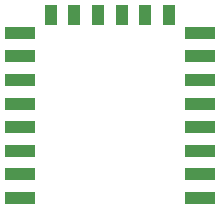
<source format=gbr>
%TF.GenerationSoftware,KiCad,Pcbnew,(5.1.6-0-10_14)*%
%TF.CreationDate,2020-10-28T22:54:16-04:00*%
%TF.ProjectId,weather_external,77656174-6865-4725-9f65-787465726e61,rev?*%
%TF.SameCoordinates,Original*%
%TF.FileFunction,Paste,Top*%
%TF.FilePolarity,Positive*%
%FSLAX46Y46*%
G04 Gerber Fmt 4.6, Leading zero omitted, Abs format (unit mm)*
G04 Created by KiCad (PCBNEW (5.1.6-0-10_14)) date 2020-10-28 22:54:16*
%MOMM*%
%LPD*%
G01*
G04 APERTURE LIST*
%ADD10R,2.500000X1.000000*%
%ADD11R,1.000000X1.800000*%
G04 APERTURE END LIST*
D10*
%TO.C,ESP8266-12E1*%
X6650000Y-87925000D03*
X6650000Y-85925000D03*
X6650000Y-83925000D03*
X6650000Y-81925000D03*
X6650000Y-79925000D03*
X6650000Y-77925000D03*
X6650000Y-75925000D03*
X6650000Y-73925000D03*
D11*
X9250000Y-72425000D03*
X11250000Y-72425000D03*
X13250000Y-72425000D03*
X15250000Y-72425000D03*
X17250000Y-72425000D03*
X19250000Y-72425000D03*
D10*
X21850000Y-73925000D03*
X21850000Y-75925000D03*
X21850000Y-77925000D03*
X21850000Y-79925000D03*
X21850000Y-81925000D03*
X21850000Y-83925000D03*
X21850000Y-85925000D03*
X21850000Y-87925000D03*
%TD*%
M02*

</source>
